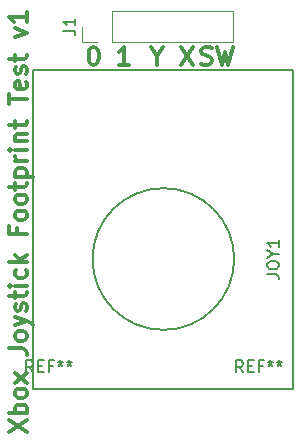
<source format=gbr>
G04 #@! TF.FileFunction,Legend,Top*
%FSLAX46Y46*%
G04 Gerber Fmt 4.6, Leading zero omitted, Abs format (unit mm)*
G04 Created by KiCad (PCBNEW 4.0.7-e2-6376~58~ubuntu17.04.1) date Wed Mar  7 17:18:45 2018*
%MOMM*%
%LPD*%
G01*
G04 APERTURE LIST*
%ADD10C,0.100000*%
%ADD11C,0.300000*%
%ADD12C,0.120000*%
%ADD13C,0.150000*%
G04 APERTURE END LIST*
D10*
D11*
X136128286Y-112367143D02*
X136342572Y-112438571D01*
X136699715Y-112438571D01*
X136842572Y-112367143D01*
X136914001Y-112295714D01*
X136985429Y-112152857D01*
X136985429Y-112010000D01*
X136914001Y-111867143D01*
X136842572Y-111795714D01*
X136699715Y-111724286D01*
X136414001Y-111652857D01*
X136271143Y-111581429D01*
X136199715Y-111510000D01*
X136128286Y-111367143D01*
X136128286Y-111224286D01*
X136199715Y-111081429D01*
X136271143Y-111010000D01*
X136414001Y-110938571D01*
X136771143Y-110938571D01*
X136985429Y-111010000D01*
X137485429Y-110938571D02*
X137842572Y-112438571D01*
X138128286Y-111367143D01*
X138414000Y-112438571D01*
X138771143Y-110938571D01*
X134374001Y-110938571D02*
X135374001Y-112438571D01*
X135374001Y-110938571D02*
X134374001Y-112438571D01*
X132334000Y-111724286D02*
X132334000Y-112438571D01*
X131834000Y-110938571D02*
X132334000Y-111724286D01*
X132834000Y-110938571D01*
X129968572Y-112438571D02*
X129111429Y-112438571D01*
X129540001Y-112438571D02*
X129540001Y-110938571D01*
X129397144Y-111152857D01*
X129254286Y-111295714D01*
X129111429Y-111367143D01*
X126928572Y-110938571D02*
X127071429Y-110938571D01*
X127214286Y-111010000D01*
X127285715Y-111081429D01*
X127357144Y-111224286D01*
X127428572Y-111510000D01*
X127428572Y-111867143D01*
X127357144Y-112152857D01*
X127285715Y-112295714D01*
X127214286Y-112367143D01*
X127071429Y-112438571D01*
X126928572Y-112438571D01*
X126785715Y-112367143D01*
X126714286Y-112295714D01*
X126642858Y-112152857D01*
X126571429Y-111867143D01*
X126571429Y-111510000D01*
X126642858Y-111224286D01*
X126714286Y-111081429D01*
X126785715Y-111010000D01*
X126928572Y-110938571D01*
X119828571Y-143515714D02*
X121328571Y-142515714D01*
X119828571Y-142515714D02*
X121328571Y-143515714D01*
X121328571Y-141944286D02*
X119828571Y-141944286D01*
X120400000Y-141944286D02*
X120328571Y-141801429D01*
X120328571Y-141515715D01*
X120400000Y-141372858D01*
X120471429Y-141301429D01*
X120614286Y-141230000D01*
X121042857Y-141230000D01*
X121185714Y-141301429D01*
X121257143Y-141372858D01*
X121328571Y-141515715D01*
X121328571Y-141801429D01*
X121257143Y-141944286D01*
X121328571Y-140372857D02*
X121257143Y-140515715D01*
X121185714Y-140587143D01*
X121042857Y-140658572D01*
X120614286Y-140658572D01*
X120471429Y-140587143D01*
X120400000Y-140515715D01*
X120328571Y-140372857D01*
X120328571Y-140158572D01*
X120400000Y-140015715D01*
X120471429Y-139944286D01*
X120614286Y-139872857D01*
X121042857Y-139872857D01*
X121185714Y-139944286D01*
X121257143Y-140015715D01*
X121328571Y-140158572D01*
X121328571Y-140372857D01*
X121328571Y-139372857D02*
X120328571Y-138587143D01*
X120328571Y-139372857D02*
X121328571Y-138587143D01*
X119828571Y-136444286D02*
X120900000Y-136444286D01*
X121114286Y-136515714D01*
X121257143Y-136658571D01*
X121328571Y-136872857D01*
X121328571Y-137015714D01*
X121328571Y-135515714D02*
X121257143Y-135658572D01*
X121185714Y-135730000D01*
X121042857Y-135801429D01*
X120614286Y-135801429D01*
X120471429Y-135730000D01*
X120400000Y-135658572D01*
X120328571Y-135515714D01*
X120328571Y-135301429D01*
X120400000Y-135158572D01*
X120471429Y-135087143D01*
X120614286Y-135015714D01*
X121042857Y-135015714D01*
X121185714Y-135087143D01*
X121257143Y-135158572D01*
X121328571Y-135301429D01*
X121328571Y-135515714D01*
X120328571Y-134515714D02*
X121328571Y-134158571D01*
X120328571Y-133801429D02*
X121328571Y-134158571D01*
X121685714Y-134301429D01*
X121757143Y-134372857D01*
X121828571Y-134515714D01*
X121257143Y-133301429D02*
X121328571Y-133158572D01*
X121328571Y-132872857D01*
X121257143Y-132730000D01*
X121114286Y-132658572D01*
X121042857Y-132658572D01*
X120900000Y-132730000D01*
X120828571Y-132872857D01*
X120828571Y-133087143D01*
X120757143Y-133230000D01*
X120614286Y-133301429D01*
X120542857Y-133301429D01*
X120400000Y-133230000D01*
X120328571Y-133087143D01*
X120328571Y-132872857D01*
X120400000Y-132730000D01*
X120328571Y-132230000D02*
X120328571Y-131658571D01*
X119828571Y-132015714D02*
X121114286Y-132015714D01*
X121257143Y-131944286D01*
X121328571Y-131801428D01*
X121328571Y-131658571D01*
X121328571Y-131158571D02*
X120328571Y-131158571D01*
X119828571Y-131158571D02*
X119900000Y-131230000D01*
X119971429Y-131158571D01*
X119900000Y-131087143D01*
X119828571Y-131158571D01*
X119971429Y-131158571D01*
X121257143Y-129801428D02*
X121328571Y-129944285D01*
X121328571Y-130229999D01*
X121257143Y-130372857D01*
X121185714Y-130444285D01*
X121042857Y-130515714D01*
X120614286Y-130515714D01*
X120471429Y-130444285D01*
X120400000Y-130372857D01*
X120328571Y-130229999D01*
X120328571Y-129944285D01*
X120400000Y-129801428D01*
X121328571Y-129158571D02*
X119828571Y-129158571D01*
X120757143Y-129015714D02*
X121328571Y-128587143D01*
X120328571Y-128587143D02*
X120900000Y-129158571D01*
X120542857Y-126301428D02*
X120542857Y-126801428D01*
X121328571Y-126801428D02*
X119828571Y-126801428D01*
X119828571Y-126087142D01*
X121328571Y-125301428D02*
X121257143Y-125444286D01*
X121185714Y-125515714D01*
X121042857Y-125587143D01*
X120614286Y-125587143D01*
X120471429Y-125515714D01*
X120400000Y-125444286D01*
X120328571Y-125301428D01*
X120328571Y-125087143D01*
X120400000Y-124944286D01*
X120471429Y-124872857D01*
X120614286Y-124801428D01*
X121042857Y-124801428D01*
X121185714Y-124872857D01*
X121257143Y-124944286D01*
X121328571Y-125087143D01*
X121328571Y-125301428D01*
X121328571Y-123944285D02*
X121257143Y-124087143D01*
X121185714Y-124158571D01*
X121042857Y-124230000D01*
X120614286Y-124230000D01*
X120471429Y-124158571D01*
X120400000Y-124087143D01*
X120328571Y-123944285D01*
X120328571Y-123730000D01*
X120400000Y-123587143D01*
X120471429Y-123515714D01*
X120614286Y-123444285D01*
X121042857Y-123444285D01*
X121185714Y-123515714D01*
X121257143Y-123587143D01*
X121328571Y-123730000D01*
X121328571Y-123944285D01*
X120328571Y-123015714D02*
X120328571Y-122444285D01*
X119828571Y-122801428D02*
X121114286Y-122801428D01*
X121257143Y-122730000D01*
X121328571Y-122587142D01*
X121328571Y-122444285D01*
X120328571Y-121944285D02*
X121828571Y-121944285D01*
X120400000Y-121944285D02*
X120328571Y-121801428D01*
X120328571Y-121515714D01*
X120400000Y-121372857D01*
X120471429Y-121301428D01*
X120614286Y-121229999D01*
X121042857Y-121229999D01*
X121185714Y-121301428D01*
X121257143Y-121372857D01*
X121328571Y-121515714D01*
X121328571Y-121801428D01*
X121257143Y-121944285D01*
X121328571Y-120587142D02*
X120328571Y-120587142D01*
X120614286Y-120587142D02*
X120471429Y-120515714D01*
X120400000Y-120444285D01*
X120328571Y-120301428D01*
X120328571Y-120158571D01*
X121328571Y-119658571D02*
X120328571Y-119658571D01*
X119828571Y-119658571D02*
X119900000Y-119730000D01*
X119971429Y-119658571D01*
X119900000Y-119587143D01*
X119828571Y-119658571D01*
X119971429Y-119658571D01*
X120328571Y-118944285D02*
X121328571Y-118944285D01*
X120471429Y-118944285D02*
X120400000Y-118872857D01*
X120328571Y-118729999D01*
X120328571Y-118515714D01*
X120400000Y-118372857D01*
X120542857Y-118301428D01*
X121328571Y-118301428D01*
X120328571Y-117801428D02*
X120328571Y-117229999D01*
X119828571Y-117587142D02*
X121114286Y-117587142D01*
X121257143Y-117515714D01*
X121328571Y-117372856D01*
X121328571Y-117229999D01*
X119828571Y-115801428D02*
X119828571Y-114944285D01*
X121328571Y-115372856D02*
X119828571Y-115372856D01*
X121257143Y-113872857D02*
X121328571Y-114015714D01*
X121328571Y-114301428D01*
X121257143Y-114444285D01*
X121114286Y-114515714D01*
X120542857Y-114515714D01*
X120400000Y-114444285D01*
X120328571Y-114301428D01*
X120328571Y-114015714D01*
X120400000Y-113872857D01*
X120542857Y-113801428D01*
X120685714Y-113801428D01*
X120828571Y-114515714D01*
X121257143Y-113230000D02*
X121328571Y-113087143D01*
X121328571Y-112801428D01*
X121257143Y-112658571D01*
X121114286Y-112587143D01*
X121042857Y-112587143D01*
X120900000Y-112658571D01*
X120828571Y-112801428D01*
X120828571Y-113015714D01*
X120757143Y-113158571D01*
X120614286Y-113230000D01*
X120542857Y-113230000D01*
X120400000Y-113158571D01*
X120328571Y-113015714D01*
X120328571Y-112801428D01*
X120400000Y-112658571D01*
X120328571Y-112158571D02*
X120328571Y-111587142D01*
X119828571Y-111944285D02*
X121114286Y-111944285D01*
X121257143Y-111872857D01*
X121328571Y-111729999D01*
X121328571Y-111587142D01*
X120328571Y-110087142D02*
X121328571Y-109729999D01*
X120328571Y-109372857D01*
X121328571Y-108015714D02*
X121328571Y-108872857D01*
X121328571Y-108444285D02*
X119828571Y-108444285D01*
X120042857Y-108587142D01*
X120185714Y-108730000D01*
X120257143Y-108872857D01*
D12*
X138810000Y-110550000D02*
X138810000Y-107890000D01*
X128590000Y-110550000D02*
X138810000Y-110550000D01*
X128590000Y-107890000D02*
X138810000Y-107890000D01*
X128590000Y-110550000D02*
X128590000Y-107890000D01*
X127320000Y-110550000D02*
X125990000Y-110550000D01*
X125990000Y-110550000D02*
X125990000Y-109220000D01*
D13*
X138900000Y-128900000D02*
G75*
G03X138900000Y-128900000I-6000000J0D01*
G01*
X143900000Y-139900000D02*
X121900000Y-139900000D01*
X143900000Y-112900000D02*
X143900000Y-139900000D01*
X121900000Y-112900000D02*
X143900000Y-112900000D01*
X121900000Y-139900000D02*
X121900000Y-112900000D01*
X121856667Y-138492381D02*
X121523333Y-138016190D01*
X121285238Y-138492381D02*
X121285238Y-137492381D01*
X121666191Y-137492381D01*
X121761429Y-137540000D01*
X121809048Y-137587619D01*
X121856667Y-137682857D01*
X121856667Y-137825714D01*
X121809048Y-137920952D01*
X121761429Y-137968571D01*
X121666191Y-138016190D01*
X121285238Y-138016190D01*
X122285238Y-137968571D02*
X122618572Y-137968571D01*
X122761429Y-138492381D02*
X122285238Y-138492381D01*
X122285238Y-137492381D01*
X122761429Y-137492381D01*
X123523334Y-137968571D02*
X123190000Y-137968571D01*
X123190000Y-138492381D02*
X123190000Y-137492381D01*
X123666191Y-137492381D01*
X124190000Y-137492381D02*
X124190000Y-137730476D01*
X123951905Y-137635238D02*
X124190000Y-137730476D01*
X124428096Y-137635238D01*
X124047143Y-137920952D02*
X124190000Y-137730476D01*
X124332858Y-137920952D01*
X124951905Y-137492381D02*
X124951905Y-137730476D01*
X124713810Y-137635238D02*
X124951905Y-137730476D01*
X125190001Y-137635238D01*
X124809048Y-137920952D02*
X124951905Y-137730476D01*
X125094763Y-137920952D01*
X124442381Y-109553333D02*
X125156667Y-109553333D01*
X125299524Y-109600953D01*
X125394762Y-109696191D01*
X125442381Y-109839048D01*
X125442381Y-109934286D01*
X125442381Y-108553333D02*
X125442381Y-109124762D01*
X125442381Y-108839048D02*
X124442381Y-108839048D01*
X124585238Y-108934286D01*
X124680476Y-109029524D01*
X124728095Y-109124762D01*
X141692381Y-130185714D02*
X142406667Y-130185714D01*
X142549524Y-130233334D01*
X142644762Y-130328572D01*
X142692381Y-130471429D01*
X142692381Y-130566667D01*
X141692381Y-129519048D02*
X141692381Y-129328571D01*
X141740000Y-129233333D01*
X141835238Y-129138095D01*
X142025714Y-129090476D01*
X142359048Y-129090476D01*
X142549524Y-129138095D01*
X142644762Y-129233333D01*
X142692381Y-129328571D01*
X142692381Y-129519048D01*
X142644762Y-129614286D01*
X142549524Y-129709524D01*
X142359048Y-129757143D01*
X142025714Y-129757143D01*
X141835238Y-129709524D01*
X141740000Y-129614286D01*
X141692381Y-129519048D01*
X142216190Y-128471429D02*
X142692381Y-128471429D01*
X141692381Y-128804762D02*
X142216190Y-128471429D01*
X141692381Y-128138095D01*
X142692381Y-127280952D02*
X142692381Y-127852381D01*
X142692381Y-127566667D02*
X141692381Y-127566667D01*
X141835238Y-127661905D01*
X141930476Y-127757143D01*
X141978095Y-127852381D01*
X139636667Y-138492381D02*
X139303333Y-138016190D01*
X139065238Y-138492381D02*
X139065238Y-137492381D01*
X139446191Y-137492381D01*
X139541429Y-137540000D01*
X139589048Y-137587619D01*
X139636667Y-137682857D01*
X139636667Y-137825714D01*
X139589048Y-137920952D01*
X139541429Y-137968571D01*
X139446191Y-138016190D01*
X139065238Y-138016190D01*
X140065238Y-137968571D02*
X140398572Y-137968571D01*
X140541429Y-138492381D02*
X140065238Y-138492381D01*
X140065238Y-137492381D01*
X140541429Y-137492381D01*
X141303334Y-137968571D02*
X140970000Y-137968571D01*
X140970000Y-138492381D02*
X140970000Y-137492381D01*
X141446191Y-137492381D01*
X141970000Y-137492381D02*
X141970000Y-137730476D01*
X141731905Y-137635238D02*
X141970000Y-137730476D01*
X142208096Y-137635238D01*
X141827143Y-137920952D02*
X141970000Y-137730476D01*
X142112858Y-137920952D01*
X142731905Y-137492381D02*
X142731905Y-137730476D01*
X142493810Y-137635238D02*
X142731905Y-137730476D01*
X142970001Y-137635238D01*
X142589048Y-137920952D02*
X142731905Y-137730476D01*
X142874763Y-137920952D01*
M02*

</source>
